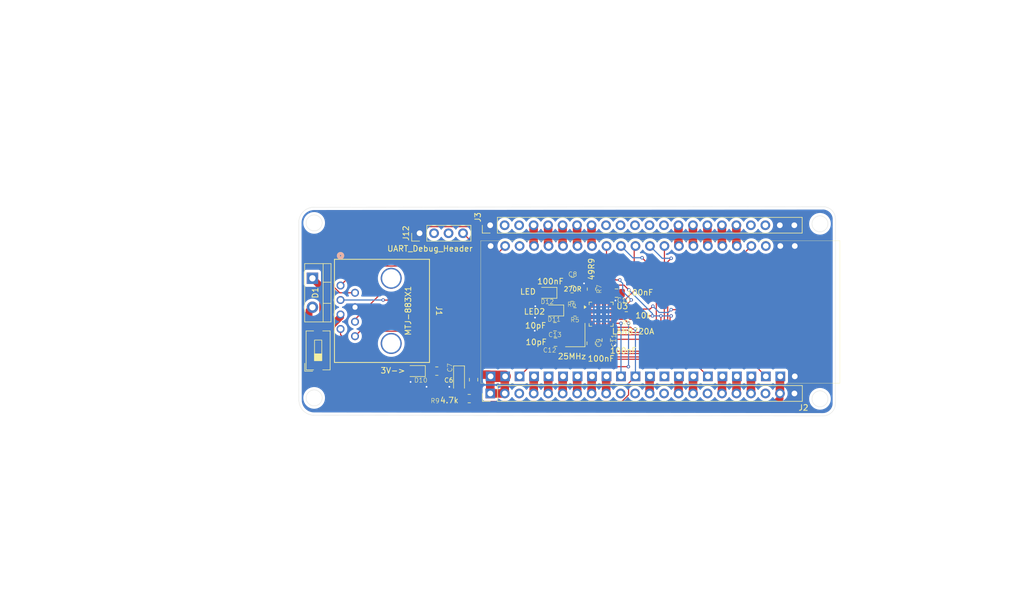
<source format=kicad_pcb>
(kicad_pcb (version 20241229) (generator "pcbnew") (generator_version "9.0")
  (layers (0 "F.Cu" signal) (2 "B.Cu" signal) (13 "F.Paste" user) (15 "B.Paste" user) (5 "F.SilkS" user "F.Silkscreen") (7 "B.SilkS" user "B.Silkscreen") (1 "F.Mask" user) (3 "B.Mask" user) (25 "Edge.Cuts" user))
  (net 0 "")
  (net 1 "GND")
  (net 2 "+5V")
  (net 3 "+3.3V")
  (net 4 "Net-(U3-XTAL1{slash}CLKIN)")
  (net 5 "Net-(U3-XTAL2)")
  (net 6 "Net-(D1-K)")
  (net 7 "/TX-")
  (net 8 "/RX+")
  (net 9 "/IO9")
  (net 10 "/IO11")
  (net 11 "/TX+")
  (net 12 "/RX-")
  (net 13 "/IO10")
  (net 14 "/IO2")
  (net 15 "/IO12")
  (net 16 "/IO4")
  (net 17 "/IO5")
  (net 18 "/IO13")
  (net 19 "/IO14")
  (net 20 "/IO6")
  (net 21 "/IO15")
  (net 22 "/IO7")
  (net 23 "/IO8")
  (net 24 "/IO16")
  (net 25 "/IO1")
  (net 26 "/IO21")
  (net 27 "/LED1")
  (net 28 "/LED2")
  (net 29 "/RBIAS")
  (net 30 "/RESET_N")
  (net 31 "/IO18")
  (net 32 "/IO42")
  (net 33 "/IO38")
  (net 34 "/IO46")
  (net 35 "/IO39")
  (net 36 "/IO20")
  (net 37 "/IO37")
  (net 39 "/IO35")
  (net 40 "/IO17")
  (net 41 "/IO36")
  (net 43 "/IO40")
  (net 44 "/IO41")
  (net 51 "/IO24")
  (net 52 "/IO44")
  (net 53 "Net-(D10-K)")
  (net 54 "Net-(D11-K)")
  (net 55 "Net-(D12-K)")
  (net 56 "Net-(D1-A)")
  (net 59 "/IO0")
  (net 64 "/IO47")
  (net 65 "/IO45")
  (footprint "Connector_PinHeader_2.54mm:PinHeader_1x04_P2.54mm_Vertical" (layer "F.Cu") (at 133.58 84.2 90)
    (property "Reference" "J12")
    (property "Value" "UART_Debug_Header")
  )
  (footprint "LED_SMD:LED_0805_2012Metric" (layer "F.Cu") (at 157.175 97.75 180)
    (property "Reference" "D11" (hide yes))
    (property "Value" "LED" (hide yes))
  )
  (footprint "Resistor_SMD:R_0805_2012Metric" (layer "F.Cu") (at 160.325 95.4 180)
    (property "Reference" "R6" (hide yes))
    (property "Value" "270R")
  )
  (footprint "Resistor_SMD:R_0805_2012Metric" (layer "F.Cu") (at 163.725 94 90)
    (property "Reference" "R7" (hide yes))
    (property "Value" "49R9")
  )
  (footprint "Resistor_SMD:R_0805_2012Metric" (layer "F.Cu") (at 160.825 98 180)
    (property "Reference" "R5" (hide yes))
    (property "Value" "270R" (hide yes))
  )
  (footprint "Capacitor_SMD:C_0805_2012Metric" (layer "F.Cu") (at 157.325 100.6 180)
    (property "Reference" "C13" (hide yes))
    (property "Value" "10pF")
  )
  (footprint "Resistor_SMD:R_0805_2012Metric" (layer "F.Cu") (at 169.8375 98.7 180)
    (property "Reference" "R8" (hide yes))
    (property "Value" "10k")
  )
  (footprint "Connector_PinHeader_2.54mm:PinHeader_1x22_P2.54mm_Vertical" (layer "F.Cu") (at 145.96 82.8 90)
    (property "Reference" "J3")
    (property "Value" "Conn_01x22_Pin" (hide yes))
  )
  (footprint "Package_TO_SOT_THT:TO-220-2_Vertical" (layer "F.Cu") (at 114.793163 92.101953 -90)
    (property "Reference" "D1")
    (property "Value" "MBR735")
  )
  (footprint "Resistor_SMD:R_0805_2012Metric" (layer "F.Cu") (at 136.6 108.381953 180)
    (property "Reference" "R4" (hide yes))
    (property "Value" "270R" (hide yes))
  )
  (footprint "Resistor_SMD:R_0805_2012Metric" (layer "F.Cu") (at 142.2875 113.2)
    (property "Reference" "R9" (hide yes))
    (property "Value" "4.7k")
  )
  (footprint "Capacitor_SMD:C_0805_2012Metric" (layer "F.Cu") (at 168.125 94.7)
    (property "Reference" "C10" (hide yes))
    (property "Value" "100nF")
  )
  (footprint "Capacitor_SMD:C_0805_2012Metric" (layer "F.Cu") (at 160.425 92.65)
    (property "Reference" "C8" (hide yes))
    (property "Value" "100nF")
  )
  (footprint "Capacitor_SMD:C_0805_2012Metric" (layer "F.Cu") (at 143.05 109.881953 -90)
    (property "Reference" "C7" (hide yes))
    (property "Value" "100nF" (hide yes))
  )
  (footprint "LED_SMD:LED_0805_2012Metric" (layer "F.Cu") (at 155.975 94.65 180)
    (property "Reference" "D12" (hide yes))
    (property "Value" "LED")
  )
  (footprint "Button_Switch_SMD:SW_DIP_SPSTx01_Slide_6.7x4.1mm_W6.73mm_P2.54mm_LowProfile_JPin" (layer "F.Cu") (at 115.793163 104.746953 90)
    (property "Reference" "SW2" (hide yes))
    (property "Value" "J1_PWR_SW" (hide yes))
  )
  (footprint "Capacitor_SMD:C_0805_2012Metric" (layer "F.Cu") (at 166.325 102.95 -90)
    (property "Reference" "C11" (hide yes))
    (property "Value" "100nF")
  )
  (footprint "LED_SMD:LED_0805_2012Metric" (layer "F.Cu") (at 132.9 108.381953 180)
    (property "Reference" "D10" (hide yes))
    (property "Value" "LED" (hide yes))
  )
  (footprint "Capacitor_SMD:C_0805_2012Metric" (layer "F.Cu") (at 157.425 103.3 180)
    (property "Reference" "C12" (hide yes))
    (property "Value" "10pF")
  )
  (footprint "Package_DFN_QFN:VQFN-24-1EP_4x4mm_P0.5mm_EP2.5x2.5mm_ThermalVias" (layer "F.Cu") (at 165.425 98.4)
    (property "Reference" "U3")
    (property "Value" "LAN8720A")
  )
  (footprint "LBEASTLibrary:CONN_MTJ-883X1_ADM" (layer "F.Cu") (at 119.718563 93.371353 90)
    (property "Reference" "J1")
    (property "Value" "MTJ-883X1")
  )
  (footprint "Capacitor_Tantalum_SMD:CP_EIA-3216-18_Kemet-A" (layer "F.Cu") (at 140.5 109.781953 -90)
    (property "Reference" "C6" (hide yes))
    (property "Value" "10µF" (hide yes))
  )
  (footprint "Crystal:Crystal_SMD_3225-4Pin_3.2x2.5mm" (layer "F.Cu") (at 160.875 102.05 90)
    (property "Reference" "Y1" (hide yes))
    (property "Value" "25MHz")
  )
  (footprint "LBEASTLibrary:ESP32-S3_2x22_Header_v3" (layer "F.Cu") (at 199.38 109.3 90)
    (property "Reference" "U2" (hide yes))
    (property "Value" "ESP32-S3-2x22" (hide yes))
  )
  (footprint "Capacitor_SMD:C_0805_2012Metric" (layer "F.Cu") (at 163.675 103.5 -90)
    (property "Reference" "C9" (hide yes))
    (property "Value" "100nF")
  )
  (footprint "Connector_PinHeader_2.54mm:PinHeader_1x22_P2.54mm_Vertical" (layer "F.Cu") (at 145.98 112.3 90)
    (property "Reference" "J2")
    (property "Value" "Conn_01x22_Pin" (hide yes))
  )
  (gr_rect (start 144.3 85.5) (end 207.3 110.5) (stroke (width 0.05)) (fill no) (layer "F.SilkS"))
  (gr_line (start 204.1 79.549981) (end 115.093163 79.631961) (stroke (width 0.05)) (layer "Edge.Cuts"))
  (gr_arc (start 204.1 79.549981) (mid 205.800486 80.115572) (end 206.525603 81.754399) (stroke (width 0.05)) (layer "Edge.Cuts"))
  (gr_circle (center 115.093163 82.390239) (end 116.493163 82.390239) (stroke (width 0.05)) (fill no) (layer "Edge.Cuts"))
  (gr_line (start 115.039802 116.123666) (end 204.299987 116.243029) (stroke (width 0.05)) (layer "Edge.Cuts"))
  (gr_arc (start 206.515528 113.961187) (mid 205.893621 115.573845) (end 204.3 116.243029) (stroke (width 0.05)) (layer "Edge.Cuts"))
  (gr_line (start 112.414447 113.452277) (end 112.386381 82.274231) (stroke (width 0.05)) (layer "Edge.Cuts"))
  (gr_circle (center 203.8 113.241714) (end 205.2 113.241714) (stroke (width 0.05)) (fill no) (layer "Edge.Cuts"))
  (gr_circle (center 115.093163 113.081953) (end 116.493163 113.081953) (stroke (width 0.05)) (fill no) (layer "Edge.Cuts"))
  (gr_circle (center 203.8 82.55) (end 205.2 82.55) (stroke (width 0.05)) (fill no) (layer "Edge.Cuts"))
  (gr_line (start 206.515528 113.961187) (end 206.525603 81.754399) (stroke (width 0.05)) (layer "Edge.Cuts"))
  (gr_arc (start 112.38677 82.274198) (mid 113.2 80.4) (end 115.093163 79.631953) (stroke (width 0.05)) (layer "Edge.Cuts"))
  (gr_arc (start 115.039802 116.123667) (mid 113.18068 115.325013) (end 112.414494 113.452277) (stroke (width 0.05)) (layer "Edge.Cuts"))
  (gr_text "LED2" (at 153.725 97.95 0) (layer "F.SilkS") (effects (font (size 1 1))))
  (gr_text "3V->" (at 128.9 108.281953 0) (layer "F.SilkS") (effects (font (size 1 1))))
  (segment (start 167.8375 104.0625) (end 167.675 103.9) (width 0.2) (layer "F.Cu") (net 1))
  (segment (start 169.075 94.7) (end 169.075 94.85) (width 0.2) (layer "F.Cu") (net 1))
  (segment (start 163.3 104.825) (end 157.7 104.825) (width 0.2) (layer "F.Cu") (net 1))
  (segment (start 140.5 111.134453) (end 138.8 111.134453) (width 1.5) (layer "F.Cu") (net 1))
  (segment (start 164.275 104.35) (end 163.725 104.35) (width 0.2) (layer "F.Cu") (net 1))
  (segment (start 131.9625 110.244453) (end 132 110.281953) (width 0.2) (layer "F.Cu") (net 1))
  (segment (start 153.825 97.35) (end 153.825 99) (width 0.2) (layer "F.Cu") (net 1))
  (segment (start 132.8525 111.134453) (end 132 110.281953) (width 1.5) (layer "F.Cu") (net 1))
  (segment (start 134.731 83.049) (end 133.58 84.2) (width 0.2) (layer "F.Cu") (net 1))
  (segment (start 157.575 101.85) (end 156.375 100.65) (width 0.2) (layer "F.Cu") (net 1))
  (segment (start 155.325 101.3) (end 153.775 101.3) (width 0.2) (layer "F.Cu") (net 1))
  (segment (start 155.0375 94.65) (end 154.525 94.65) (width 0.2) (layer "F.Cu") (net 1))
  (segment (start 153.825 95.35) (end 153.825 97.35) (width 0.2) (layer "F.Cu") (net 1))
  (segment (start 156.475 102.45) (end 155.325 101.3) (width 0.2) (layer "F.Cu") (net 1))
  (segment (start 162.425 93) (end 162.125 93) (width 0.2) (layer "F.Cu") (net 1))
  (segment (start 162.6375 93.0875) (end 163.725 93.0875) (width 0.2) (layer "F.Cu") (net 1))
  (segment (start 160.025 100.75) (end 158.925 101.85) (width 0.2) (layer "F.Cu") (net 1))
  (segment (start 154.825 98) (end 153.825 99) (width 0.2) (layer "F.Cu") (net 1))
  (segment (start 163.725 104.35) (end 163.775 104.35) (width 0.2) (layer "F.Cu") (net 1))
  (segment (start 153.825 97) (end 153.825 97.35) (width 0.2) (layer "F.Cu") (net 1))
  (segment (start 157.7 104.825) (end 156.475 103.6) (width 0.2) (layer "F.Cu") (net 1))
  (segment (start 142.649 83.049) (end 134.731 83.049) (width 0.2) (layer "F.Cu") (net 1))
  (segment (start 155.475 100.65) (end 155.925 100.65) (width 0.2) (layer "F.Cu") (net 1))
  (segment (start 162.025 92.9) (end 161.375 92.9) (width 0.2) (layer "F.Cu") (net 1))
  (segment (start 131.9625 108.381953) (end 131.9625 110.244453) (width 1.5) (layer "F.Cu") (net 1))
  (segment (start 167.675 103.9) (end 166.325 103.9) (width 0.2) (layer "F.Cu") (net 1))
  (segment (start 156.475 103.6) (end 156.475 102.45) (width 0.2) (layer "F.Cu") (net 1))
  (segment (start 158.925 101.85) (end 157.575 101.85) (width 0.2) (layer "F.Cu") (net 1))
  (segment (start 134.8 111.134453) (end 132.8525 111.134453) (width 1.5) (layer "F.Cu") (net 1))
  (segment (start 169.075 94.85) (end 167.925 96) (width 0.2) (layer "F.Cu") (net 1))
  (segment (start 138.8 111.134453) (end 134.8 111.134453) (width 1.5) (layer "F.Cu") (net 1))
  (segment (start 146.04 86.44) (end 142.649 83.049) (width 0.2) (layer "F.Cu") (net 1))
  (segment (start 163.675 104.45) (end 163.3 104.825) (width 0.2) (layer "F.Cu") (net 1))
  (segment (start 140.8025 110.831953) (end 140.5 111.134453) (width 0.2) (layer "F.Cu") (net 1))
  (segment (start 143.05 110.831953) (end 140.8025 110.831953) (width 1.5) (layer "F.Cu") (net 1))
  (segment (start 156.5875 98) (end 154.825 98) (width 0.2) (layer "F.Cu") (net 1))
  (segment (start 162.125 93) (end 162.025 92.9) (width 0.2) (layer "F.Cu") (net 1))
  (segment (start 153.825 99) (end 155.475 100.65) (width 0.2) (layer "F.Cu") (net 1))
  (segment (start 153.825 99) (end 153.825 101.3) (width 0.2) (layer "F.Cu") (net 1))
  (segment (start 154.525 94.65) (end 153.825 95.35) (width 0.2) (layer "F.Cu") (net 1))
  (segment (start 156.5875 98.2) (end 156.325 98.2) (width 0.2) (layer "F.Cu") (net 1))
  (via (at 138.8 111.134453) (size 0.6) (drill 0.3) (layers "F.Cu" "B.Cu") (net 1))
  (via (at 167.8375 103.9) (size 0.6) (drill 0.3) (layers "F.Cu" "B.Cu") (net 1))
  (via (at 153.875 97) (size 0.6) (drill 0.3) (layers "F.Cu" "B.Cu") (net 1))
  (via (at 167.925 96) (size 0.6) (drill 0.3) (layers "F.Cu" "B.Cu") (net 1))
  (via (at 153.825 99) (size 0.6) (drill 0.3) (layers "F.Cu" "B.Cu") (net 1))
  (via (at 162.425 93) (size 0.6) (drill 0.3) (layers "F.Cu" "B.Cu") (net 1))
  (via (at 134.8 111.134453) (size 0.6) (drill 0.3) (layers "F.Cu" "B.Cu") (net 1))
  (via (at 132 110.281953) (size 0.6) (drill 0.3) (layers "F.Cu" "B.Cu") (net 1))
  (via (at 153.775 101.3) (size 0.6) (drill 0.3) (layers "F.Cu" "B.Cu") (net 1))
  (segment (start 196.78 113.22) (end 195.1 114.9) (width 1.2) (layer "F.Cu") (net 2))
  (segment (start 196.78 112.3) (end 196.78 109.36) (width 1.5) (layer "F.Cu") (net 2))
  (segment (start 196.78 109.36) (end 196.84 109.3) (width 0.2) (layer "F.Cu") (net 2))
  (segment (start 196.8 109.26) (end 196.84 109.3) (width 0.2) (layer "F.Cu") (net 2))
  (segment (start 194.18 114.9) (end 194.161953 114.881953) (width 1.2) (layer "F.Cu") (net 2))
  (segment (start 129.9 114.9) (end 121.91121 114.9) (width 1.2) (layer "F.Cu") (net 2))
  (segment (start 194.161953 114.881953) (end 129.918047 114.881953) (width 1.2) (layer "F.Cu") (net 2))
  (segment (start 121.91121 114.9) (end 121.893163 114.881953) (width 0.2) (layer "F.Cu") (net 2))
  (segment (start 195.1 114.9) (end 194.18 114.9) (width 1.2) (layer "F.Cu") (net 2))
  (segment (start 121.893163 114.881953) (end 115.793163 108.781953) (width 1.2) (layer "F.Cu") (net 2))
  (segment (start 115.793163 108.781953) (end 115.793163 108.111953) (width 0.2) (layer "F.Cu") (net 2))
  (segment (start 196.78 112.3) (end 196.78 113.22) (width 1.2) (layer "F.Cu") (net 2))
  (segment (start 129.918047 114.881953) (end 129.9 114.9) (width 1.2) (layer "F.Cu") (net 2))
  (segment (start 165.175 101.25) (end 165.925 102) (width 0.2) (layer "F.Cu") (net 3))
  (segment (start 142.5475 108.429453) (end 140.5 108.429453) (width 1.5) (layer "F.Cu") (net 3))
  (segment (start 165.6079 105.3) (end 164.675 105.3) (width 0.2) (layer "F.Cu") (net 3))
  (segment (start 143.4 109.281953) (end 143.05 108.931953) (width 0.2) (layer "F.Cu") (net 3))
  (segment (start 170.4339 102.001) (end 170.4329 102) (width 0.2) (layer "F.Cu") (net 3))
  (segment (start 146.04 109.3) (end 145.74 109) (width 0.8) (layer "F.Cu") (net 3))
  (segment (start 164.701 103.576) (end 164.701 105.274) (width 0.2) (layer "F.Cu") (net 3))
  (segment (start 162.475 95.05134) (end 161.62366 94.2) (width 0.2) (layer "F.Cu") (net 3))
  (segment (start 169.425 93.3) (end 167.725 93.3) (width 0.2) (layer "F.Cu") (net 3))
  (segment (start 175.9 98.7) (end 175.9 101.1) (width 0.2) (layer "F.Cu") (net 3))
  (segment (start 170.75 98.7) (end 174.425 98.7) (width 0.2) (layer "F.Cu") (net 3))
  (segment (start 170.2625 94.1375) (end 169.425 93.3) (width 0.2) (layer "F.Cu") (net 3))
  (segment (start 163.4875 96.6125) (end 162.475 95.6) (width 0.2) (layer "F.Cu") (net 3))
  (segment (start 148.58 109.3) (end 146.04 109.3) (width 2) (layer "F.Cu") (net 3))
  (segment (start 145.74 109) (end 143.5 109) (width 1.5) (layer "F.Cu") (net 3))
  (segment (start 163.4875 101.7625) (end 163.675 101.95) (width 0.2) (layer "F.Cu") (net 3))
  (segment (start 175.9 101.1) (end 174.999 102.001) (width 0.2) (layer "F.Cu") (net 3))
  (segment (start 165.175 100.3375) (end 165.175 101.25) (width 0.2) (layer "F.Cu") (net 3))
  (segment (start 148.52 112.3) (end 148.52 109.36) (width 1.5) (layer "F.Cu") (net 3))
  (segment (start 162.475 95.6) (end 162.475 95.05134) (width 0.2) (layer "F.Cu") (net 3))
  (segment (start 153.075 93.8) (end 153.075 104.25) (width 0.2) (layer "F.Cu") (net 3))
  (segment (start 159.825 94.2) (end 159.475 93.85) (width 0.2) (layer "F.Cu") (net 3))
  (segment (start 173.809143 105.3) (end 170.4421 105.3) (width 0.2) (layer "F.Cu") (net 3))
  (segment (start 153.975 92.9) (end 153.075 93.8) (width 0.2) (layer "F.Cu") (net 3))
  (segment (start 154.125 105.3) (end 164.675 105.3) (width 0.2) (layer "F.Cu") (net 3))
  (segment (start 167.175 93.85) (end 167.175 94.7) (width 0.2) (layer "F.Cu") (net 3))
  (segment (start 140.2 108.381953) (end 137.5125 108.381953) (width 1.5) (layer "F.Cu") (net 3))
  (segment (start 174.999 102.001) (end 170.4339 102.001) (width 0.2) (layer "F.Cu") (net 3))
  (segment (start 163.675 101.95) (end 163.675 102.55) (width 0.2) (layer "F.Cu") (net 3))
  (segment (start 140.5 108.429453) (end 140.2475 108.429453) (width 0.2) (layer "F.Cu") (net 3))
  (segment (start 159.475 93.85) (end 159.475 92.9) (width 0.2) (layer "F.Cu") (net 3))
  (segment (start 148.52 112.3) (end 145.98 112.3) (width 1.5) (layer "F.Cu") (net 3))
  (segment (start 177.501 98.899) (end 177.501 101.608143) (width 0.2) (layer "F.Cu") (net 3))
  (segment (start 170.4421 105.3) (end 170.4411 105.301) (width 0.2) (layer "F.Cu") (net 3))
  (segment (start 143.05 108.931953) (end 142.5475 108.429453) (width 1.5) (layer "F.Cu") (net 3))
  (segment (start 166.675 96.4625) (end 166.675 95.2) (width 0.2) (layer "F.Cu") (net 3))
  (segment (start 164.701 105.274) (end 164.675 105.3) (width 0.2) (layer "F.Cu") (net 3))
  (segment (start 163.4875 99.65) (end 163.4875 101.7625) (width 0.2) (layer "F.Cu") (net 3))
  (segment (start 170.4411 105.301) (end 165.6089 105.301) (width 0.2) (layer "F.Cu") (net 3))
  (segment (start 163.675 102.55) (end 164.701 103.576) (width 0.2) (layer "F.Cu") (net 3))
  (segment (start 177.501 101.608143) (end 173.809143 105.3) (width 0.2) (layer "F.Cu") (net 3))
  (segment (start 145.98 112.3) (end 145.98 109.36) (width 1.5) (layer "F.Cu") (net 3))
  (segment (start 170.4329 102) (end 166.325 102) (width 0.2) (layer "F.Cu") (net 3))
  (segment (start 165.6089 105.301) (end 165.6079 105.3) (width 0.2) (layer "F.Cu") (net 3))
  (segment (start 177.7 98.7) (end 177.501 98.899) (width 0.2) (layer "F.Cu") (net 3))
  (segment (start 166.675 95.2) (end 167.175 94.7) (width 0.2) (layer "F.Cu") (net 3))
  (segment (start 153.075 104.25) (end 154.125 105.3) (width 0.2) (layer "F.Cu") (net 3))
  (segment (start 148.52 109.36) (end 148.58 109.3) (width 0.2) (layer "F.Cu") (net 3))
  (segment (start 161.62366 94.2) (end 159.825 94.2) (width 0.2) (layer "F.Cu") (net 3))
  (segment (start 145.98 109.36) (end 146.04 109.3) (width 0.2) (layer "F.Cu") (net 3))
  (segment (start 167.725 93.3) (end 167.175 93.85) (width 0.2) (layer "F.Cu") (net 3))
  (segment (start 140.2475 108.429453) (end 140.2 108.381953) (width 0.2) (layer "F.Cu") (net 3))
  (segment (start 163.4875 97.15) (end 163.4875 96.6125) (width 0.2) (layer "F.Cu") (net 3))
  (segment (start 159.475 92.9) (end 153.975 92.9) (width 0.2) (layer "F.Cu") (net 3))
  (via (at 170.2625 94.1375) (size 0.6) (drill 0.3) (layers "F.Cu" "B.Cu") (net 3))
  (via (at 175.9 98.7) (size 0.6) (drill 0.3) (layers "F.Cu" "B.Cu") (net 3))
  (via (at 174.425 98.7) (size 0.6) (drill 0.3) (layers "F.Cu" "B.Cu") (net 3))
  (via (at 177.7 98.7) (size 0.6) (drill 0.3) (layers "F.Cu" "B.Cu") (net 3))
  (segment (start 170.2625 94.1375) (end 174.425 98.3) (width 0.2) (layer "B.Cu") (net 3))
  (segment (start 177.7 98.7) (end 175.9 98.7) (width 0.2) (layer "B.Cu") (net 3))
  (segment (start 175.9 98.7) (end 174.425 98.7) (width 0.2) (layer "B.Cu") (net 3))
  (segment (start 174.425 98.3) (end 174.425 98.7) (width 0.2) (layer "B.Cu") (net 3))
  (segment (start 163.034202 99.15) (end 162.625 99.559202) (width 0.2) (layer "F.Cu") (net 4))
  (segment (start 161.076 104.324) (end 159.424 104.324) (width 0.2) (layer "F.Cu") (net 4))
  (segment (start 161.725 103.675) (end 161.076 104.324) (width 0.2) (layer "F.Cu") (net 4))
  (segment (start 162.625 99.559202) (end 162.625 101.95) (width 0.2) (layer "F.Cu") (net 4))
  (segment (start 161.725 102.775) (end 161.725 103.675) (width 0.2) (layer "F.Cu") (net 4))
  (segment (start 163.4875 99.15) (end 163.034202 99.15) (width 0.2) (layer "F.Cu") (net 4))
  (segment (start 162.075 102.5) (end 161.725 102.5) (width 0.2) (layer "F.Cu") (net 4))
  (segment (start 159.424 104.324) (end 158.375 103.275) (width 0.2) (layer "F.Cu") (net 4))
  (segment (start 162.625 101.95) (end 162.075 102.5) (width 0.2) (layer "F.Cu") (net 4))
  (segment (start 161.725 100.3) (end 160.625 99.2) (width 0.2) (layer "F.Cu") (net 5))
  (segment (start 163.4875 98.65) (end 162.875 98.65) (width 0.2) (layer "F.Cu") (net 5))
  (segment (start 161.725 99.8) (end 161.725 100.95) (width 0.2) (layer "F.Cu") (net 5))
  (segment (start 162.875 98.65) (end 161.725 99.8) (width 0.2) (layer "F.Cu") (net 5))
  (segment (start 160.625 99.2) (end 159.275 99.2) (width 0.2) (layer "F.Cu") (net 5))
  (segment (start 161.725 100.95) (end 161.725 100.3) (width 0.2) (layer "F.Cu") (net 5))
  (segment (start 159.275 99.2) (end 158.275 100.2) (width 0.2) (layer "F.Cu") (net 5))
  (segment (start 116.593163 100.581953) (end 116.593163 93.901953) (width 1.2) (layer "F.Cu") (net 6))
  (segment (start 116.593163 93.901953) (end 114.793163 92.101953) (width 1.2) (layer "F.Cu") (net 6))
  (segment (start 115.793163 101.381953) (end 116.593163 100.581953) (width 1.2) (layer "F.Cu") (net 6))
  (segment (start 121.21121 89.3) (end 121.205605 89.294395) (width 0.2) (layer "F.Cu") (net 7))
  (segment (start 119.575056 94.641353) (end 122.258563 94.641353) (width 0.2) (layer "F.Cu") (net 7))
  (segment (start 166.175 91.5487) (end 163.9263 89.3) (width 0.2) (layer "F.Cu") (net 7))
  (segment (start 118.493163 93.55946) (end 119.575056 94.641353) (width 0.2) (layer "F.Cu") (net 7))
  (segment (start 118.493163 92.006837) (end 118.493163 93.55946) (width 0.2) (layer "F.Cu") (net 7))
  (segment (start 163.9263 89.3) (end 121.21121 89.3) (width 0.2) (layer "F.Cu") (net 7))
  (segment (start 166.175 96.4625) (end 166.175 91.5487) (width 0.2) (layer "F.Cu") (net 7))
  (segment (start 121.205605 89.294395) (end 118.493163 92.006837) (width 0.2) (layer "F.Cu") (net 7))
  (segment (start 164.725 96.4125) (end 164.725 91.8) (width 0.2) (layer "F.Cu") (net 8))
  (segment (start 164.525 91.6) (end 149.975 91.6) (width 0.2) (layer "F.Cu") (net 8))
  (segment (start 145.6456 95.9294) (end 127.21121 95.9294) (width 0.2) (layer "F.Cu") (net 8))
  (segment (start 149.975 91.6) (end 145.6456 95.9294) (width 0.2) (layer "F.Cu") (net 8))
  (segment (start 127.21121 95.9294) (end 127.193163 95.911353) (width 0.2) (layer "F.Cu") (net 8))
  (segment (start 164.725 91.8) (end 164.525 91.6) (width 0.2) (layer "F.Cu") (net 8))
  (segment (start 164.675 96.4625) (end 164.725 96.4125) (width 0.2) (layer "F.Cu") (net 8))
  (via (at 127.193163 95.911353) (size 0.6) (drill 0.3) (layers "F.Cu" "B.Cu") (net 8))
  (segment (start 127.193163 95.911353) (end 119.718563 95.911353) (width 0.2) (layer "B.Cu") (net 8))
  (segment (start 181.54 112.3) (end 181.54 109.36) (width 1.5) (layer "F.Cu") (net 9))
  (segment (start 181.54 109.36) (end 181.6 109.3) (width 0.2) (layer "F.Cu") (net 9))
  (segment (start 186.62 109.36) (end 186.68 109.3) (width 0.2) (layer "F.Cu") (net 10))
  (segment (start 186.62 112.3) (end 186.62 109.36) (width 1.5) (layer "F.Cu") (net 10))
  (segment (start 151.7519 89.9769) (end 151.775 90) (width 0.2) (layer "F.Cu") (net 11))
  (segment (start 165.675 91.6158) (end 164.0592 90) (width 0.2) (layer "F.Cu") (net 11))
  (segment (start 165.675 96.4625) (end 165.675 91.6158) (width 0.2) (layer "F.Cu") (net 11))
  (segment (start 131.1379 89.9769) (end 151.7519 89.9769) (width 0.2) (layer "F.Cu") (net 11))
  (segment (start 131.119853 89.958853) (end 123.131063 89.958853) (width 0.2) (layer "F.Cu") (net 11))
  (segment (start 131.1379 89.9769) (end 131.119853 89.958853) (width 0.2) (layer "F.Cu") (net 11))
  (segment (start 164.0592 90) (end 151.775 90) (width 0.2) (layer "F.Cu") (net 11))
  (segment (start 119.718563 93.371353) (end 123.131063 89.958853) (width 0.2) (layer "F.Cu") (net 11))
  (segment (start 126.893163 94.681953) (end 122.258563 99.316553) (width 0.2) (layer "F.Cu") (net 12))
  (segment (start 165.175 96.4625) (end 165.175 91.6829) (width 0.2) (layer "F.Cu") (net 12))
  (segment (start 133.81121 90.7) (end 133.793163 90.681953) (width 0.2) (layer "F.Cu") (net 12))
  (segment (start 165.175 91.6829) (end 164.1921 90.7) (width 0.2) (layer "F.Cu") (net 12))
  (segment (start 122.258563 99.316553) (end 122.258563 99.721353) (width 0.2) (layer "F.Cu") (net 12))
  (segment (start 164.1921 90.7) (end 133.81121 90.7) (width 0.2) (layer "F.Cu") (net 12))
  (segment (start 133.793163 90.681953) (end 129.793163 94.681953) (width 0.2) (layer "F.Cu") (net 12))
  (segment (start 129.793163 94.681953) (end 126.893163 94.681953) (width 0.2) (layer "F.Cu") (net 12))
  (segment (start 184.14 109.3) (end 181.14 106.3) (width 0.2) (layer "F.Cu") (net 13))
  (segment (start 119.718563 101.979181) (end 119.718563 100.991353) (width 0.2) (layer "F.Cu") (net 13))
  (segment (start 124.039382 106.3) (end 119.718563 101.979181) (width 0.2) (layer "F.Cu") (net 13))
  (segment (start 181.14 106.3) (end 124.039382 106.3) (width 0.2) (layer "F.Cu") (net 13))
  (segment (start 156.12 82.8) (end 156.12 86.36) (width 1.5) (layer "F.Cu") (net 14))
  (segment (start 156.12 86.36) (end 156.2 86.44) (width 0.2) (layer "F.Cu") (net 14))
  (segment (start 189.16 109.36) (end 189.22 109.3) (width 0.2) (layer "F.Cu") (net 15))
  (segment (start 189.16 112.3) (end 189.16 109.36) (width 1.5) (layer "F.Cu") (net 15))
  (segment (start 153.6 109.36) (end 153.66 109.3) (width 0.2) (layer "F.Cu") (net 16))
  (segment (start 153.6 112.3) (end 153.6 109.36) (width 1.5) (layer "F.Cu") (net 16))
  (segment (start 153.650057 109.3) (end 153.66 109.3) (width 0.2) (layer "B.Cu") (net 16))
  (segment (start 156.14 112.3) (end 156.14 109.36) (width 1.5) (layer "F.Cu") (net 17))
  (segment (start 156.25 109.35) (end 156.2 109.3) (width 0.2) (layer "F.Cu") (net 17))
  (segment (start 156.14 109.36) (end 156.2 109.3) (width 0.2) (layer "F.Cu") (net 17))
  (segment (start 191.7 109.36) (end 191.76 109.3) (width 0.2) (layer "F.Cu") (net 18))
  (segment (start 191.7 112.3) (end 191.7 109.36) (width 1.5) (layer "F.Cu") (net 18))
  (segment (start 131.119853 101.388853) (end 123.131063 101.388853) (width 0.2) (layer "F.Cu") (net 19))
  (segment (start 154.1579 105.9) (end 190.9 105.9) (width 0.2) (layer "F.Cu") (net 19))
  (segment (start 131.1379 101.4069) (end 131.119853 101.388853) (width 0.2) (layer "F.Cu") (net 19))
  (segment (start 190.9 105.9) (end 194.3 109.3) (width 0.2) (layer "F.Cu") (net 19))
  (segment (start 122.258563 102.261353) (end 123.131063 101.388853) (width 0.2) (layer "F.Cu") (net 19))
  (segment (start 149.6648 101.4069) (end 154.1579 105.9) (width 0.2) (layer "F.Cu") (net 19))
  (segment (start 131.1379 101.4069) (end 149.6648 101.4069) (width 0.2) (layer "F.Cu") (net 19))
  (segment (start 158.68 109.36) (end 158.74 109.3) (width 0.2) (layer "F.Cu") (net 20))
  (segment (start 158.68 112.3) (end 158.68 109.36) (width 1.5) (layer "F.Cu") (net 20))
  (segment (start 163.76 112.3) (end 163.76 109.36) (width 1.5) (layer "F.Cu") (net 21))
  (segment (start 163.76 109.36) (end 163.82 109.3) (width 0.2) (layer "F.Cu") (net 21))
  (segment (start 163.82 109.18) (end 163.82 109.3) (width 0.2) (layer "B.Cu") (net 21))
  (segment (start 161.22 109.36) (end 161.28 109.3) (width 0.2) (layer "F.Cu") (net 22))
  (segment (start 161.22 112.3) (end 161.22 109.36) (width 1.5) (layer "F.Cu") (net 22))
  (segment (start 161.28 109.02) (end 161.28 109.3) (width 0.2) (layer "B.Cu") (net 22))
  (segment (start 173.92 112.3) (end 173.92 109.36) (width 1.5) (layer "F.Cu") (net 23))
  (segment (start 173.92 109.36) (end 173.98 109.3) (width 0.2) (layer "F.Cu") (net 23))
  (segment (start 174.475 109.7) (end 174.625 109.7) (width 0.2) (layer "F.Cu") (net 23))
  (segment (start 174.475 109.7) (end 173.775 109) (width 0.2) (layer "B.Cu") (net 23))
  (segment (start 174.425 108.800057) (end 174.425 108.8) (width 0.2) (layer "B.Cu") (net 23))
  (segment (start 166.3 109.36) (end 166.36 109.3) (width 0.2) (layer "F.Cu") (net 24))
  (segment (start 166.3 112.3) (end 166.3 109.36) (width 1.5) (layer "F.Cu") (net 24))
  (segment (start 153.58 82.8) (end 153.58 86.36) (width 1.5) (layer "F.Cu") (net 25))
  (segment (start 153.58 86.36) (end 153.66 86.44) (width 0.2) (layer "F.Cu") (net 25))
  (segment (start 189.14 86.36) (end 189.22 86.44) (width 0.2) (layer "F.Cu") (net 26))
  (segment (start 189.14 82.8) (end 189.14 86.36) (width 1.5) (layer "F.Cu") (net 26))
  (segment (start 189.22 86.44) (end 189.22 86.42) (width 0.2) (layer "B.Cu") (net 26))
  (segment (start 163.4875 98.15) (end 161.9875 98.15) (width 0.2) (layer "F.Cu") (net 27))
  (segment (start 161.9875 98.15) (end 161.9375 98.2) (width 0.2) (layer "F.Cu") (net 27))
  (segment (start 161.925 96.0875) (end 161.2375 95.4) (width 0.2) (layer "F.Cu") (net 28))
  (segment (start 163.034202 97.65) (end 161.925 96.540798) (width 0.2) (layer "F.Cu") (net 28))
  (segment (start 163.4875 97.65) (end 163.034202 97.65) (width 0.2) (layer "F.Cu") (net 28))
  (segment (start 161.925 96.540798) (end 161.925 96.0875) (width 0.2) (layer "F.Cu") (net 28))
  (segment (start 164.175 96.4625) (end 164.175 95.3625) (width 0.2) (layer "F.Cu") (net 29))
  (segment (start 164.175 95.3625) (end 163.725 94.9125) (width 0.2) (layer "F.Cu") (net 29))
  (segment (start 170.225 100) (end 168.925 98.7) (width 0.2) (layer "F.Cu") (net 30))
  (segment (start 151.12 108.72) (end 151.12 109.3) (width 0.2) (layer "F.Cu") (net 30))
  (segment (start 152.82 107.6) (end 151.12 109.3) (width 0.2) (layer "F.Cu") (net 30))
  (segment (start 168.875 98.65) (end 168.925 98.7) (width 0.2) (layer "F.Cu") (net 30))
  (segment (start 167.3625 98.65) (end 168.875 98.65) (width 0.2) (layer "F.Cu") (net 30))
  (segment (start 170.2 107.6) (end 152.82 107.6) (width 0.2) (layer "F.Cu") (net 30))
  (via (at 170.2 107.6) (size 0.6) (drill 0.3) (layers "F.Cu" "B.Cu") (net 30))
  (via (at 170.225 100) (size 0.6) (drill 0.3) (layers "F.Cu" "B.Cu") (net 30))
  (segment (start 170.225 107.575) (end 170.225 100) (width 0.2) (layer "B.Cu") (net 30))
  (segment (start 170.2 107.6) (end 170.225 107.575) (width 0.2) (layer "B.Cu") (net 30))
  (segment (start 170.229 110.511) (end 170.229 112.53876) (width 0.2) (layer "F.Cu") (net 31))
  (segment (start 170.229 112.53876) (end 169.06776 113.7) (width 0.2) (layer "F.Cu") (net 31))
  (segment (start 170.9 101) (end 171.4 101) (width 0.2) (layer "F.Cu") (net 31))
  (segment (start 169.06776 113.7) (end 143.7 113.7) (width 0.2) (layer "F.Cu") (net 31))
  (segment (start 170.6 100.7) (end 170.9 101) (width 0.2) (layer "F.Cu") (net 31))
  (segment (start 166.675 100.3375) (end 167.0375 100.7) (width 0.2) (layer "F.Cu") (net 31))
  (segment (start 167.0375 100.7) (end 170.6 100.7) (width 0.2) (layer "F.Cu") (net 31))
  (segment (start 171.44 109.3) (end 170.229 110.511) (width 0.2) (layer "F.Cu") (net 31))
  (via (at 171.4 101) (size 0.6) (drill 0.3) (layers "F.Cu" "B.Cu") (net 31))
  (segment (start 171.44 109.3) (end 171.44 101) (width 0.2) (layer "B.Cu") (net 31))
  (segment (start 158.66 82.8) (end 158.66 86.36) (width 1.5) (layer "F.Cu") (net 32))
  (segment (start 158.66 86.36) (end 158.74 86.44) (width 0.2) (layer "F.Cu") (net 32))
  (segment (start 170.2 101.2) (end 170.6 101.6) (width 0.2) (layer "F.Cu") (net 33))
  (segment (start 166.175 100.3375) (end 166.175 100.790798) (width 0.2) (layer "F.Cu") (net 33))
  (segment (start 174.4 101.6) (end 175.1 100.9) (width 0.2) (layer "F.Cu") (net 33))
  (segment (start 166.175 100.790798) (end 166.584202 101.2) (width 0.2) (layer "F.Cu") (net 33))
  (segment (start 170.6 101.6) (end 174.4 101.6) (width 0.2) (layer "F.Cu") (net 33))
  (segment (start 175.1 100.9) (end 175.1 91) (width 0.2) (layer "F.Cu") (net 33))
  (segment (start 166.584202 101.2) (end 170.2 101.2) (width 0.2) (layer "F.Cu") (net 33))
  (segment (start 175.1 91) (end 172.6 88.5) (width 0.2) (layer "F.Cu") (net 33))
  (via (at 172.6 88.5) (size 0.6) (drill 0.3) (layers "F.Cu" "B.Cu") (net 33))
  (segment (start 170.96 88.5) (end 172.6 88.5) (width 0.2) (layer "B.Cu") (net 33))
  (segment (start 168.9 86.44) (end 170.96 88.5) (width 0.2) (layer "B.Cu") (net 33))
  (segment (start 179 109.36) (end 179.06 109.3) (width 0.2) (layer "F.Cu") (net 34))
  (segment (start 179 112.3) (end 179 109.36) (width 1.5) (layer "F.Cu") (net 34))
  (segment (start 184.06 82.8) (end 184.06 86.36) (width 1.5) (layer "F.Cu") (net 34))
  (segment (start 184.06 86.36) (end 184.14 86.44) (width 0.2) (layer "F.Cu") (net 34))
  (segment (start 168 92.4) (end 166.36 90.76) (width 0.2) (layer "F.Cu") (net 35))
  (segment (start 167.90924 97.65) (end 167.3625 97.65) (width 0.2) (layer "F.Cu") (net 35))
  (segment (start 170.7 95.9) (end 169.8 96.8) (width 0.2) (layer "F.Cu") (net 35))
  (segment (start 169.8 96.8) (end 168.75924 96.8) (width 0.2) (layer "F.Cu") (net 35))
  (segment (start 166.36 90.76) (end 166.36 86.44) (width 0.2) (layer "F.Cu") (net 35))
  (segment (start 168.7 92.4) (end 168 92.4) (width 0.2) (layer "F.Cu") (net 35))
  (segment (start 168.75924 96.8) (end 167.90924 97.65) (width 0.2) (layer "F.Cu") (net 35))
  (via (at 168.7 92.4) (size 0.6) (drill 0.3) (layers "F.Cu" "B.Cu") (net 35))
  (via (at 170.7 95.9) (size 0.6) (drill 0.3) (layers "F.Cu" "B.Cu") (net 35))
  (segment (start 169.2 93) (end 168.7 92.5) (width 0.2) (layer "B.Cu") (net 35))
  (segment (start 168.7 92.5) (end 168.7 92.4) (width 0.2) (layer "B.Cu") (net 35))
  (segment (start 170.7 95.9) (end 169.2 94.4) (width 0.2) (layer "B.Cu") (net 35))
  (segment (start 169.2 94.4) (end 169.2 93) (width 0.2) (layer "B.Cu") (net 35))
  (segment (start 177.7 97.6) (end 180.6 97.6) (width 0.2) (layer "F.Cu") (net 36))
  (segment (start 174.5 97) (end 174 97.5) (width 0.2) (layer "F.Cu") (net 36))
  (segment (start 174 97.5) (end 168.62634 97.5) (width 0.2) (layer "F.Cu") (net 36))
  (segment (start 180.6 97.6) (end 191.76 86.44) (width 0.2) (layer "F.Cu") (net 36))
  (segment (start 168.62634 97.5) (end 167.97634 98.15) (width 0.2) (layer "F.Cu") (net 36))
  (segment (start 167.97634 98.15) (end 167.3625 98.15) (width 0.2) (layer "F.Cu") (net 36))
  (via (at 174.5 97) (size 0.6) (drill 0.3) (layers "F.Cu" "B.Cu") (net 36))
  (via (at 177.7 97.6) (size 0.6) (drill 0.3) (layers "F.Cu" "B.Cu") (net 36))
  (segment (start 177.2 98.1) (end 177.7 97.6) (width 0.2) (layer "B.Cu") (net 36))
  (segment (start 175.6 98.1) (end 177.2 98.1) (width 0.2) (layer "B.Cu") (net 36))
  (segment (start 174.5 97) (end 175.6 98.1) (width 0.2) (layer "B.Cu") (net 36))
  (segment (start 168.551057 96.248943) (end 168.8 96) (width 0.2) (layer "F.Cu") (net 37))
  (segment (start 169.5 96) (end 171.219 94.281) (width 0.2) (layer "F.Cu") (net 37))
  (segment (start 167.3625 97.15) (end 167.9115 96.601) (width 0.2) (layer "F.Cu") (net 37))
  (segment (start 168.526 96.248943) (end 168.551057 96.248943) (width 0.2) (layer "F.Cu") (net 37))
  (segment (start 168.173943 96.601) (end 168.526 96.248943) (width 0.2) (layer "F.Cu") (net 37))
  (segment (start 167.9115 96.601) (end 168.173943 96.601) (width 0.2) (layer "F.Cu") (net 37))
  (segment (start 171.219 86.661) (end 171.44 86.44) (width 0.2) (layer "F.Cu") (net 37))
  (segment (start 171.219 94.281) (end 171.219 86.661) (width 0.2) (layer "F.Cu") (net 37))
  (segment (start 168.8 96) (end 169.5 96) (width 0.2) (layer "F.Cu") (net 37))
  (segment (start 165.225 102.41116) (end 165.61484 102.801) (width 0.2) (layer "F.Cu") (net 39))
  (segment (start 164.774 100.889798) (end 164.774 101.4161) (width 0.2) (layer "F.Cu") (net 39))
  (segment (start 165.225 101.8671) (end 165.225 102.41116) (width 0.2) (layer "F.Cu") (net 39))
  (segment (start 176.52 96.28) (end 176.52 86.44) (width 0.2) (layer "F.Cu") (net 39))
  (segment (start 175.173943 102.801) (end 176.5 101.474943) (width 0.2) (layer "F.Cu") (net 39))
  (segment (start 164.774 101.4161) (end 165.225 101.8671) (width 0.2) (layer "F.Cu") (net 39))
  (segment (start 164.675 100.3375) (end 164.749 100.4115) (width 0.2) (layer "F.Cu") (net 39))
  (segment (start 165.61484 102.801) (end 175.173943 102.801) (width 0.2) (layer "F.Cu") (net 39))
  (segment (start 176.5 101.474943) (end 176.5 96.3) (width 0.2) (layer "F.Cu") (net 39))
  (segment (start 164.749 100.4115) (end 164.749 100.864798) (width 0.2) (layer "F.Cu") (net 39))
  (segment (start 164.749 100.864798) (end 164.774 100.889798) (width 0.2) (layer "F.Cu") (net 39))
  (segment (start 167.3625 99.65) (end 167.7125 100) (width 0.2) (layer "F.Cu") (net 40))
  (segment (start 167.7125 100) (end 168.9 100) (width 0.2) (layer "F.Cu") (net 40))
  (via (at 168.9 100) (size 0.6) (drill 0.3) (layers "F.Cu" "B.Cu") (net 40))
  (segment (start 168.9 109.3) (end 168.9 100.2) (width 0.2) (layer "B.Cu") (net 40))
  (segment (start 164.701 103.0089) (end 165.299 103.6069) (width 0.2) (layer "F.Cu") (net 41))
  (segment (start 173.643043 104.899) (end 177.1 101.442043) (width 0.2) (layer "F.Cu") (net 41))
  (segment (start 177.1 98.450057) (end 177.1 89.2) (width 0.2) (layer "F.Cu") (net 41))
  (segment (start 165.299 104.424) (end 165.775 104.9) (width 0.2) (layer "F.Cu") (net 41))
  (segment (start 164.701 101.976) (end 164.701 103.0089) (width 0.2) (layer "F.Cu") (net 41))
  (segment (start 164.125 101.4) (end 164.701 101.976) (width 0.2) (layer "F.Cu") (net 41))
  (segment (start 177.1 101.442043) (end 177.1 98.949943) (width 0.2) (layer "F.Cu") (net 41))
  (segment (start 165.775 104.9) (end 170.275 104.9) (width 0.2) (layer "F.Cu") (net 41))
  (segment (start 177.099 98.451057) (end 177.1 98.450057) (width 0.2) (layer "F.Cu") (net 41))
  (segment (start 165.299 103.6069) (end 165.299 104.424) (width 0.2) (layer "F.Cu") (net 41))
  (segment (start 164.175 100.3375) (end 164.175 101.35) (width 0.2) (layer "F.Cu") (net 41))
  (segment (start 170.275 104.9) (end 170.276 104.899) (width 0.2) (layer "F.Cu") (net 41))
  (segment (start 177.099 98.948943) (end 177.099 98.451057) (width 0.2) (layer "F.Cu") (net 41))
  (segment (start 164.175 101.35) (end 164.125 101.4) (width 0.2) (layer "F.Cu") (net 41))
  (segment (start 177.1 98.949943) (end 177.099 98.948943) (width 0.2) (layer "F.Cu") (net 41))
  (segment (start 177.1 89.2) (end 177.7 88.6) (width 0.2) (layer "F.Cu") (net 41))
  (segment (start 170.276 104.899) (end 173.643043 104.899) (width 0.2) (layer "F.Cu") (net 41))
  (via (at 177.7 88.6) (size 0.6) (drill 0.3) (layers "F.Cu" "B.Cu") (net 41))
  (segment (start 176.14 88.6) (end 177.7 88.6) (width 0.2) (layer "B.Cu") (net 41))
  (segment (start 173.98 86.44) (end 176.14 88.6) (width 0.2) (layer "B.Cu") (net 41))
  (segment (start 163.74 86.36) (end 163.82 86.44) (width 0.2) (layer "F.Cu") (net 43))
  (segment (start 163.74 82.8) (end 163.74 86.36) (width 1.5) (layer "F.Cu") (net 43))
  (segment (start 163.94 86.56) (end 163.82 86.44) (width 0.2) (layer "F.Cu") (net 43))
  (segment (start 161.2 82.8) (end 161.2 86.36) (width 1.5) (layer "F.Cu") (net 44))
  (segment (start 161.3 86.46) (end 161.28 86.44) (width 0.2) (layer "F.Cu") (net 44))
  (segment (start 161.2 86.36) (end 161.28 86.44) (width 0.2) (layer "F.Cu") (net 44))
  (segment (start 147.429 87.591) (end 144.591 87.591) (width 0.2) (layer "F.Cu") (net 51))
  (segment (start 148.58 86.44) (end 147.429 87.591) (width 0.2) (layer "F.Cu") (net 51))
  (segment (start 144.591 87.591) (end 141.2 84.2) (width 0.2) (layer "F.Cu") (net 51))
  (segment (start 148.58 86.42) (end 148.58 86.44) (width 0.2) (layer "B.Cu") (net 51))
  (segment (start 135.6875 108.381953) (end 133.8375 108.381953) (width 1.5) (layer "F.Cu") (net 53))
  (segment (start 160.1125 98) (end 158.4625 98) (width 0.2) (layer "F.Cu") (net 54))
  (segment (start 157.6625 95.4) (end 156.9125 94.65) (width 0.2) (layer "F.Cu") (net 55))
  (segment (start 159.4125 95.4) (end 157.6625 95.4) (width 0.2) (layer "F.Cu") (net 55))
  (segment (start 119.718563 98.451353) (end 119.718563 98.870739) (width 1.2) (layer "F.Cu") (net 56))
  (segment (start 117.793163 102.381953) (end 116.693163 103.481953) (width 1.2) (layer "F.Cu") (net 56))
  (segment (start 117.793163 101.363267) (end 117.793163 102.381953) (width 1.2) (layer "F.Cu") (net 56))
  (segment (start 114.993163 103.481953) (end 114.193163 102.681953) (width 1.2) (layer "F.Cu") (net 56))
  (segment (start 117.994163 100.680953) (end 117.994163 101.162267) (width 1.2) (layer "F.Cu") (net 56))
  (segment (start 114.793163 97.181953) (end 114.193163 97.781953) (width 0.2) (layer "F.Cu") (net 56))
  (segment (start 117.994163 101.162267) (end 117.793163 101.363267) (width 1.2) (layer "F.Cu") (net 56))
  (segment (start 116.693163 103.481953) (end 114.993163 103.481953) (width 1.2) (layer "F.Cu") (net 56))
  (segment (start 114.193163 102.681953) (end 114.193163 97.781953) (width 1.2) (layer "F.Cu") (net 56))
  (segment (start 118.219063 100.456053) (end 117.994163 100.680953) (width 1.2) (layer "F.Cu") (net 56))
  (segment (start 119.718563 98.870739) (end 118.219063 100.370239) (width 1.2) (layer "F.Cu") (net 56))
  (segment (start 118.219063 100.370239) (end 118.219063 100.456053) (width 1.2) (layer "F.Cu") (net 56))
  (segment (start 178.98 82.8) (end 178.98 86.36) (width 1.5) (layer "F.Cu") (net 59))
  (segment (start 178.98 86.36) (end 179.06 86.44) (width 0.2) (layer "F.Cu") (net 59))
  (segment (start 186.6 86.36) (end 186.68 86.44) (width 0.2) (layer "F.Cu") (net 64))
  (segment (start 186.6 82.8) (end 186.6 86.36) (width 1.5) (layer "F.Cu") (net 64))
  (segment (start 181.52 82.8) (end 181.52 86.36) (width 1.5) (layer "F.Cu") (net 65))
  (segment (start 181.52 86.36) (end 181.6 86.44) (width 0.2) (layer "F.Cu") (net 65))
  (zone (net 1) (net_name "GND") (layer "B.Cu") (connect_pads (clearance 0.5)) (min_thickness 0.25) (fill yes (thermal_gap 0.5) (thermal_bridge_width 0.5))
    (polygon (pts (xy 60.3 45.6) (xy 60 150.6) (xy 239.4 150.4) (xy 239.6 43.3)))
  )
)
</source>
